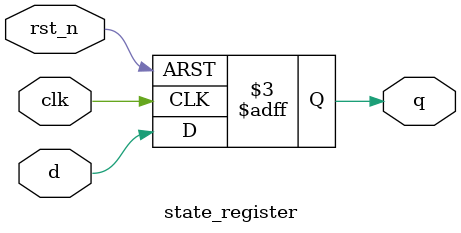
<source format=sv>
`timescale 1ns / 1ps

module t_ff_async_reset (
    input wire clk,    // 时钟信号
    input wire rst_n,  // 异步复位信号，低电平有效
    input wire t,      // T输入（触发信号）
    output wire q      // 输出信号
);
    // 内部连线
    wire next_state;
    
    // 实例化子模块
    next_state_logic next_state_unit (
        .t(t),
        .current_q(q),
        .next_q(next_state)
    );
    
    state_register state_reg_unit (
        .clk(clk),
        .rst_n(rst_n),
        .d(next_state),
        .q(q)
    );
    
endmodule

module next_state_logic (
    input wire t,          // 触发信号
    input wire current_q,  // 当前状态
    output reg next_q      // 下一状态，改为reg类型以支持if-else赋值
);
    // T触发器的组合逻辑：当t=1时翻转，当t=0时保持
    // 将条件运算符转换为if-else结构
    always @(*) begin
        if (t) begin
            next_q = ~current_q;  // 当t=1时翻转
        end else begin
            next_q = current_q;   // 当t=0时保持
        end
    end
    
endmodule

module state_register (
    input wire clk,    // 时钟信号
    input wire rst_n,  // 异步复位信号，低电平有效
    input wire d,      // 数据输入
    output reg q       // 状态输出
);
    // 带异步复位的状态寄存器
    always @(posedge clk or negedge rst_n) begin
        if (!rst_n)
            q <= 1'b0;  // 复位时将输出置为0
        else
            q <= d;     // 否则加载新状态
    end
    
endmodule
</source>
